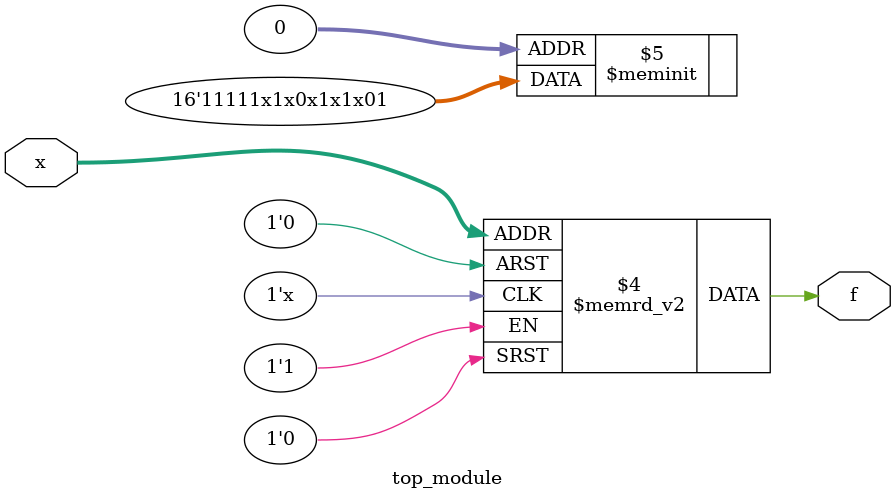
<source format=sv>
module top_module (
    input [4:1] x,
    output logic f
);

always_comb begin
    case ({x[4], x[3], x[2], x[1]})
        4'b0000: f = 1; // Don't care
        4'b0001: f = 0;
        4'b0011: f = 1;
        4'b0101: f = 1;
        4'b0111: f = 0;
        4'b1001: f = 1;
        4'b1011: f = 1;
        4'b1100: f = 1; // Don't care
        4'b1101: f = 1; // Don't care
        4'b1111: f = 1; // Don't care
        4'b1110: f = 1; // Don't care
    endcase
end

endmodule

</source>
